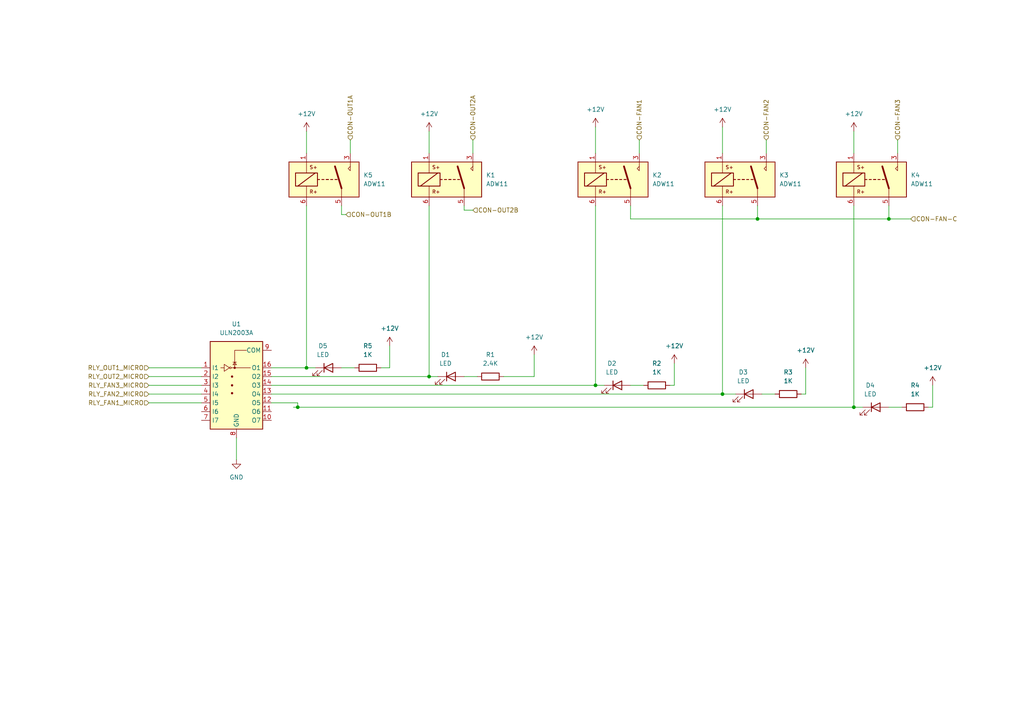
<source format=kicad_sch>
(kicad_sch (version 20230121) (generator eeschema)
  (paper "A4")
  (lib_symbols
    (symbol "Device:LED" (pin_numbers hide) (pin_names (offset 1.016) hide)
      (property "Reference" "D" (at 0 2.54 0))
      (property "Value" "LED" (at 0 -2.54 0))
      (symbol "LED_0_1"
        (polyline (pts (xy -1.27 -1.27) (xy -1.27 1.27)) (stroke (width 0.254)))
        (polyline (pts (xy -1.27 0) (xy 1.27 0)))
        (polyline (pts (xy 1.27 -1.27) (xy 1.27 1.27) (xy -1.27 0) (xy 1.27 -1.27)) (stroke (width 0.254)))
        (polyline (pts (xy -3.048 -0.762) (xy -4.572 -2.286) (xy -3.81 -2.286) (xy -4.572 -2.286) (xy -4.572 -1.524)))
        (polyline (pts (xy -1.778 -0.762) (xy -3.302 -2.286) (xy -2.54 -2.286) (xy -3.302 -2.286) (xy -3.302 -1.524)))
      )
      (symbol "LED_1_1"
        (pin passive line (at -3.81 0 0) (length 2.54) (name "K") (number "1"))
        (pin passive line (at 3.81 0 180) (length 2.54) (name "A") (number "2"))
      )
    )
    (symbol "Device:R" (pin_numbers hide) (pin_names (offset 0))
      (property "Reference" "R" (at 2.032 0 90))
      (property "Value" "R" (at 0 0 90))
      (symbol "R_0_1"
        (rectangle (start -1.016 -2.54) (end 1.016 2.54) (stroke (width 0.254)))
      )
      (symbol "R_1_1"
        (pin passive line (at 0 3.81 270) (length 1.27) (name "~") (number "1"))
        (pin passive line (at 0 -3.81 90) (length 1.27) (name "~") (number "2"))
      )
    )
    (symbol "Relay:ADW11"
      (property "Reference" "K" (at 11.43 3.81 0))
      (property "Value" "ADW11" (at 13.97 1.27 0))
      (symbol "ADW11_1_1"
        (rectangle (start -10.16 5.08) (end 10.16 -5.08) (stroke (width 0.254)) (fill (type background)))
        (rectangle (start -8.255 1.905) (end -1.905 -1.905) (stroke (width 0.254)))
        (polyline (pts (xy -7.62 -1.905) (xy -2.54 1.905)) (stroke (width 0.254)))
        (polyline (pts (xy -5.08 -5.08) (xy -5.08 -1.905)))
        (polyline (pts (xy -5.08 5.08) (xy -5.08 1.905)))
        (polyline (pts (xy -1.905 0) (xy -1.27 0)) (stroke (width 0.254)))
        (polyline (pts (xy -0.635 0) (xy 0 0)) (stroke (width 0.254)))
        (polyline (pts (xy 0.635 0) (xy 1.27 0)) (stroke (width 0.254)))
        (polyline (pts (xy 0.635 0) (xy 1.27 0)) (stroke (width 0.254)))
        (polyline (pts (xy 1.905 0) (xy 2.54 0)) (stroke (width 0.254)))
        (polyline (pts (xy 3.175 0) (xy 3.81 0)) (stroke (width 0.254)))
        (polyline (pts (xy 5.08 -2.54) (xy 3.175 3.81)) (stroke (width 0.508)))
        (polyline (pts (xy 5.08 -2.54) (xy 5.08 -5.08)))
        (polyline (pts (xy 7.62 3.81) (xy 7.62 5.08)))
        (polyline (pts (xy 7.62 3.81) (xy 7.62 2.54) (xy 6.985 3.175) (xy 7.62 3.81)))
        (text "R+" (at -3.048 -3.556 0) (effects (font (size 1.016 1.016))))
        (text "S+" (at -3.048 3.556 0) (effects (font (size 1.016 1.016))))
        (pin passive line (at -5.08 7.62 270) (length 2.54) (name "~") (number "1"))
        (pin passive line (at 7.62 7.62 270) (length 2.54) (name "~") (number "3"))
        (pin passive line (at 5.08 -7.62 90) (length 2.54) (name "~") (number "5"))
        (pin passive line (at -5.08 -7.62 90) (length 2.54) (name "~") (number "6"))
      )
    )
    (symbol "Transistor_Array:ULN2003A"
      (property "Reference" "U" (at 0 15.875 0))
      (property "Value" "ULN2003A" (at 0 13.97 0))
      (symbol "ULN2003A_0_1"
        (rectangle (start -7.62 -12.7) (end 7.62 12.7) (stroke (width 0.254)) (fill (type background)))
        (circle (center -1.778 5.08) (radius 0.254))
        (circle (center -1.27 -2.286) (radius 0.254) (fill (type outline)))
        (circle (center -1.27 0) (radius 0.254) (fill (type outline)))
        (circle (center -1.27 2.54) (radius 0.254) (fill (type outline)))
        (circle (center -0.508 5.08) (radius 0.254) (fill (type outline)))
        (polyline (pts (xy -4.572 5.08) (xy -3.556 5.08)))
        (polyline (pts (xy -1.524 5.08) (xy 4.064 5.08)))
        (polyline (pts (xy 0 6.731) (xy -1.016 6.731)))
        (polyline (pts (xy -0.508 5.08) (xy -0.508 10.16) (xy 2.921 10.16)))
        (polyline (pts (xy -3.556 6.096) (xy -3.556 4.064) (xy -2.032 5.08) (xy -3.556 6.096)))
        (polyline (pts (xy 0 5.969) (xy -1.016 5.969) (xy -0.508 6.731) (xy 0 5.969)))
      )
      (symbol "ULN2003A_1_1"
        (pin input line (at -10.16 5.08 0) (length 2.54) (name "I1") (number "1"))
        (pin open_collector line (at 10.16 -10.16 180) (length 2.54) (name "O7") (number "10"))
        (pin open_collector line (at 10.16 -7.62 180) (length 2.54) (name "O6") (number "11"))
        (pin open_collector line (at 10.16 -5.08 180) (length 2.54) (name "O5") (number "12"))
        (pin open_collector line (at 10.16 -2.54 180) (length 2.54) (name "O4") (number "13"))
        (pin open_collector line (at 10.16 0 180) (length 2.54) (name "O3") (number "14"))
        (pin open_collector line (at 10.16 2.54 180) (length 2.54) (name "O2") (number "15"))
        (pin open_collector line (at 10.16 5.08 180) (length 2.54) (name "O1") (number "16"))
        (pin input line (at -10.16 2.54 0) (length 2.54) (name "I2") (number "2"))
        (pin input line (at -10.16 0 0) (length 2.54) (name "I3") (number "3"))
        (pin input line (at -10.16 -2.54 0) (length 2.54) (name "I4") (number "4"))
        (pin input line (at -10.16 -5.08 0) (length 2.54) (name "I5") (number "5"))
        (pin input line (at -10.16 -7.62 0) (length 2.54) (name "I6") (number "6"))
        (pin input line (at -10.16 -10.16 0) (length 2.54) (name "I7") (number "7"))
        (pin power_in line (at 0 -15.24 90) (length 2.54) (name "GND") (number "8"))
        (pin passive line (at 10.16 10.16 180) (length 2.54) (name "COM") (number "9"))
      )
    )
    (symbol "power:+12V" (power) (pin_names (offset 0))
      (property "Value" "+12V" (at 0 3.556 0))
      (symbol "+12V_0_1"
        (polyline (pts (xy -0.762 1.27) (xy 0 2.54)))
        (polyline (pts (xy 0 0) (xy 0 2.54)))
        (polyline (pts (xy 0 2.54) (xy 0.762 1.27)))
      )
      (symbol "+12V_1_1"
        (pin power_in line (at 0 0 90) (length 0) hide (name "+12V") (number "1"))
      )
    )
    (symbol "power:GND" (power) (pin_names (offset 0))
      (property "Value" "GND" (at 0 -3.81 0))
      (symbol "GND_0_1"
        (polyline (pts (xy 0 0) (xy 0 -1.27) (xy 1.27 -1.27) (xy 0 -2.54) (xy -1.27 -1.27) (xy 0 -1.27)))
      )
      (symbol "GND_1_1"
        (pin power_in line (at 0 0 270) (length 0) hide (name "GND") (number "1"))
      )
    )
  )
  (junction (at 88.9 106.68))
  (junction (at 124.46 109.22))
  (junction (at 247.65 118.11))
  (junction (at 209.55 114.3))
  (junction (at 257.81 63.5))
  (junction (at 172.72 111.76))
  (junction (at 86.36 118.11))
  (junction (at 219.71 63.5))
  (wire (pts (xy 219.71 63.5) (xy 257.81 63.5)))
  (wire (pts (xy 99.06 106.68) (xy 102.87 106.68)))
  (wire (pts (xy 43.18 116.84) (xy 58.42 116.84)))
  (wire (pts (xy 257.81 118.11) (xy 261.62 118.11)))
  (wire (pts (xy 124.46 59.69) (xy 124.46 109.22)))
  (wire (pts (xy 86.36 118.11) (xy 86.36 116.84)))
  (wire (pts (xy 134.62 59.69) (xy 134.62 60.96)))
  (wire (pts (xy 233.68 114.3) (xy 233.68 106.68)))
  (wire (pts (xy 78.74 111.76) (xy 172.72 111.76)))
  (wire (pts (xy 85.09 118.11) (xy 86.36 118.11)))
  (wire (pts (xy 124.46 109.22) (xy 127 109.22)))
  (wire (pts (xy 134.62 60.96) (xy 137.16 60.96)))
  (wire (pts (xy 257.81 63.5) (xy 264.16 63.5)))
  (wire (pts (xy 247.65 38.1) (xy 247.65 44.45)))
  (wire (pts (xy 172.72 59.69) (xy 172.72 111.76)))
  (wire (pts (xy 43.18 106.68) (xy 58.42 106.68)))
  (wire (pts (xy 124.46 38.1) (xy 124.46 44.45)))
  (wire (pts (xy 43.18 109.22) (xy 58.42 109.22)))
  (wire (pts (xy 194.31 111.76) (xy 195.58 111.76)))
  (wire (pts (xy 101.6 40.64) (xy 101.6 44.45)))
  (wire (pts (xy 257.81 59.69) (xy 257.81 63.5)))
  (wire (pts (xy 154.94 109.22) (xy 154.94 102.87)))
  (wire (pts (xy 78.74 114.3) (xy 209.55 114.3)))
  (wire (pts (xy 88.9 38.1) (xy 88.9 44.45)))
  (wire (pts (xy 146.05 109.22) (xy 154.94 109.22)))
  (wire (pts (xy 247.65 59.69) (xy 247.65 118.11)))
  (wire (pts (xy 110.49 106.68) (xy 113.03 106.68)))
  (wire (pts (xy 99.06 62.23) (xy 100.33 62.23)))
  (wire (pts (xy 182.88 59.69) (xy 182.88 63.5)))
  (wire (pts (xy 269.24 118.11) (xy 270.51 118.11)))
  (wire (pts (xy 260.35 40.64) (xy 260.35 44.45)))
  (wire (pts (xy 195.58 111.76) (xy 195.58 105.41)))
  (wire (pts (xy 113.03 106.68) (xy 113.03 100.33)))
  (wire (pts (xy 209.55 114.3) (xy 213.36 114.3)))
  (wire (pts (xy 209.55 59.69) (xy 209.55 114.3)))
  (wire (pts (xy 78.74 106.68) (xy 88.9 106.68)))
  (wire (pts (xy 233.68 114.3) (xy 232.41 114.3)))
  (wire (pts (xy 185.42 40.64) (xy 185.42 44.45)))
  (wire (pts (xy 222.25 40.64) (xy 222.25 44.45)))
  (wire (pts (xy 88.9 106.68) (xy 91.44 106.68)))
  (wire (pts (xy 247.65 118.11) (xy 250.19 118.11)))
  (wire (pts (xy 182.88 111.76) (xy 186.69 111.76)))
  (wire (pts (xy 88.9 59.69) (xy 88.9 106.68)))
  (wire (pts (xy 78.74 109.22) (xy 124.46 109.22)))
  (wire (pts (xy 86.36 118.11) (xy 247.65 118.11)))
  (wire (pts (xy 68.58 127) (xy 68.58 133.35)))
  (wire (pts (xy 134.62 109.22) (xy 138.43 109.22)))
  (wire (pts (xy 43.18 114.3) (xy 58.42 114.3)))
  (wire (pts (xy 220.98 114.3) (xy 224.79 114.3)))
  (wire (pts (xy 219.71 59.69) (xy 219.71 63.5)))
  (wire (pts (xy 172.72 36.83) (xy 172.72 44.45)))
  (wire (pts (xy 270.51 118.11) (xy 270.51 111.76)))
  (wire (pts (xy 209.55 36.83) (xy 209.55 44.45)))
  (wire (pts (xy 182.88 63.5) (xy 219.71 63.5)))
  (wire (pts (xy 172.72 111.76) (xy 175.26 111.76)))
  (wire (pts (xy 99.06 59.69) (xy 99.06 62.23)))
  (wire (pts (xy 86.36 116.84) (xy 78.74 116.84)))
  (wire (pts (xy 43.18 111.76) (xy 58.42 111.76)))
  (wire (pts (xy 137.16 40.64) (xy 137.16 44.45)))
  (hierarchical_label "RLY_OUT1_MICRO" (shape input) (at 43.18 106.68 180))
  (hierarchical_label "CON-OUT2B" (shape input) (at 137.16 60.96 0))
  (hierarchical_label "CON-FAN1" (shape input) (at 185.42 40.64 90))
  (hierarchical_label "CON-FAN3" (shape input) (at 260.35 40.64 90))
  (hierarchical_label "RLY_FAN1_MICRO" (shape input) (at 43.18 116.84 180))
  (hierarchical_label "RLY_FAN2_MICRO" (shape input) (at 43.18 114.3 180))
  (hierarchical_label "RLY_FAN3_MICRO" (shape input) (at 43.18 111.76 180))
  (hierarchical_label "CON-FAN-C" (shape input) (at 264.16 63.5 0))
  (hierarchical_label "CON-FAN2" (shape input) (at 222.25 40.64 90))
  (hierarchical_label "CON-OUT1B" (shape input) (at 100.33 62.23 0))
  (hierarchical_label "CON-OUT2A" (shape input) (at 137.16 40.64 90))
  (hierarchical_label "CON-OUT1A" (shape input) (at 101.6 40.64 90))
  (hierarchical_label "RLY_OUT2_MICRO" (shape input) (at 43.18 109.22 180))
  (symbol (lib_id "Relay:ADW11") (at 177.8 52.07 0) (unit 1)
    (property "Reference" "K2" (at 189.23 50.8 0) (effects (justify left)))
    (property "Value" "ADW11" (at 189.23 53.34 0) (effects (justify left)))
    (property "Footprint" "nuevo simbolo:AZ921" (effects hide))
    (property "Datasheet" "https://www.panasonic-electric-works.com/pew/es/downloads/ds_dw_hl_en.pdf" (effects hide))
  )
  (symbol (lib_id "Device:LED") (at 95.25 106.68 0) (unit 1)
    (property "Reference" "D5" (at 93.6625 100.33 0))
    (property "Value" "LED" (at 93.6625 102.87 0))
    (property "Footprint" "LED_SMD:LED_0805_2012Metric_Pad1.15x1.40mm_HandSolder" (effects hide))
  )
  (symbol (lib_id "power:GND") (at 68.58 133.35 0) (unit 1)
    (property "Reference" "#PWR06" (effects hide))
    (property "Value" "GND" (at 68.58 138.43 0))
  )
  (symbol (lib_id "Device:R") (at 142.24 109.22 90) (unit 1)
    (property "Reference" "R1" (at 142.24 102.87 90))
    (property "Value" "2.4K" (at 142.24 105.41 90))
    (property "Footprint" "Resistor_SMD:R_0805_2012Metric_Pad1.20x1.40mm_HandSolder" (effects hide))
  )
  (symbol (lib_id "power:+12V") (at 113.03 100.33 0) (unit 1)
    (property "Reference" "#PWR05" (effects hide))
    (property "Value" "+12V" (at 113.03 95.25 0))
  )
  (symbol (lib_id "Device:R") (at 106.68 106.68 90) (unit 1)
    (property "Reference" "R5" (at 106.68 100.33 90))
    (property "Value" "1K" (at 106.68 102.87 90))
    (property "Footprint" "Resistor_SMD:R_0805_2012Metric_Pad1.20x1.40mm_HandSolder" (effects hide))
  )
  (symbol (lib_id "power:+12V") (at 124.46 38.1 0) (unit 1)
    (property "Reference" "#PWR08" (effects hide))
    (property "Value" "+12V" (at 124.46 33.02 0))
  )
  (symbol (lib_id "Device:R") (at 190.5 111.76 90) (unit 1)
    (property "Reference" "R2" (at 190.5 105.41 90))
    (property "Value" "1K" (at 190.5 107.95 90))
    (property "Footprint" "Resistor_SMD:R_0805_2012Metric_Pad1.20x1.40mm_HandSolder" (effects hide))
  )
  (symbol (lib_id "Relay:ADW11") (at 93.98 52.07 0) (unit 1)
    (property "Reference" "K5" (at 105.41 50.8 0) (effects (justify left)))
    (property "Value" "ADW11" (at 105.41 53.34 0) (effects (justify left)))
    (property "Footprint" "nuevo simbolo:AZ921" (effects hide))
    (property "Datasheet" "https://www.panasonic-electric-works.com/pew/es/downloads/ds_dw_hl_en.pdf" (effects hide))
  )
  (symbol (lib_id "power:+12V") (at 195.58 105.41 0) (unit 1)
    (property "Reference" "#PWR02" (effects hide))
    (property "Value" "+12V" (at 195.58 100.33 0))
  )
  (symbol (lib_id "power:+12V") (at 88.9 38.1 0) (unit 1)
    (property "Reference" "#PWR07" (effects hide))
    (property "Value" "+12V" (at 88.9 33.02 0))
  )
  (symbol (lib_id "power:+12V") (at 172.72 36.83 0) (unit 1)
    (property "Reference" "#PWR09" (effects hide))
    (property "Value" "+12V" (at 172.72 31.75 0))
  )
  (symbol (lib_id "Device:LED") (at 254 118.11 0) (unit 1)
    (property "Reference" "D4" (at 252.4125 111.76 0))
    (property "Value" "LED" (at 252.4125 114.3 0))
    (property "Footprint" "LED_SMD:LED_0805_2012Metric_Pad1.15x1.40mm_HandSolder" (effects hide))
  )
  (symbol (lib_id "Device:LED") (at 217.17 114.3 0) (unit 1)
    (property "Reference" "D3" (at 215.5825 107.95 0))
    (property "Value" "LED" (at 215.5825 110.49 0))
    (property "Footprint" "LED_SMD:LED_0805_2012Metric_Pad1.15x1.40mm_HandSolder" (effects hide))
  )
  (symbol (lib_id "Relay:ADW11") (at 129.54 52.07 0) (unit 1)
    (property "Reference" "K1" (at 140.97 50.8 0) (effects (justify left)))
    (property "Value" "ADW11" (at 140.97 53.34 0) (effects (justify left)))
    (property "Footprint" "nuevo simbolo:AZ921" (effects hide))
    (property "Datasheet" "https://www.panasonic-electric-works.com/pew/es/downloads/ds_dw_hl_en.pdf" (effects hide))
  )
  (symbol (lib_id "power:+12V") (at 247.65 38.1 0) (unit 1)
    (property "Reference" "#PWR011" (effects hide))
    (property "Value" "+12V" (at 247.65 33.02 0))
  )
  (symbol (lib_id "Relay:ADW11") (at 252.73 52.07 0) (unit 1)
    (property "Reference" "K4" (at 264.16 50.8 0) (effects (justify left)))
    (property "Value" "ADW11" (at 264.16 53.34 0) (effects (justify left)))
    (property "Footprint" "nuevo simbolo:AZ921" (effects hide))
    (property "Datasheet" "https://www.panasonic-electric-works.com/pew/es/downloads/ds_dw_hl_en.pdf" (effects hide))
  )
  (symbol (lib_id "power:+12V") (at 209.55 36.83 0) (unit 1)
    (property "Reference" "#PWR010" (effects hide))
    (property "Value" "+12V" (at 209.55 31.75 0))
  )
  (symbol (lib_id "Device:R") (at 228.6 114.3 90) (unit 1)
    (property "Reference" "R3" (at 228.6 107.95 90))
    (property "Value" "1K" (at 228.6 110.49 90))
    (property "Footprint" "Resistor_SMD:R_0805_2012Metric_Pad1.20x1.40mm_HandSolder" (effects hide))
  )
  (symbol (lib_id "Transistor_Array:ULN2003A") (at 68.58 111.76 0) (unit 1)
    (property "Reference" "U1" (at 68.58 93.98 0))
    (property "Value" "ULN2003A" (at 68.58 96.52 0))
    (property "Footprint" "Package_DIP:DIP-16_W7.62mm_LongPads" (effects hide))
    (property "Datasheet" "http://www.ti.com/lit/ds/symlink/uln2003a.pdf" (effects hide))
  )
  (symbol (lib_id "Relay:ADW11") (at 214.63 52.07 0) (unit 1)
    (property "Reference" "K3" (at 226.06 50.8 0) (effects (justify left)))
    (property "Value" "ADW11" (at 226.06 53.34 0) (effects (justify left)))
    (property "Footprint" "nuevo simbolo:AZ921" (effects hide))
    (property "Datasheet" "https://www.panasonic-electric-works.com/pew/es/downloads/ds_dw_hl_en.pdf" (effects hide))
  )
  (symbol (lib_id "Device:LED") (at 130.81 109.22 0) (unit 1)
    (property "Reference" "D1" (at 129.2225 102.87 0))
    (property "Value" "LED" (at 129.2225 105.41 0))
    (property "Footprint" "LED_SMD:LED_0805_2012Metric_Pad1.15x1.40mm_HandSolder" (effects hide))
  )
  (symbol (lib_id "Device:R") (at 265.43 118.11 90) (unit 1)
    (property "Reference" "R4" (at 265.43 111.76 90))
    (property "Value" "1K" (at 265.43 114.3 90))
    (property "Footprint" "Resistor_SMD:R_0805_2012Metric_Pad1.20x1.40mm_HandSolder" (effects hide))
  )
  (symbol (lib_id "power:+12V") (at 154.94 102.87 0) (unit 1)
    (property "Reference" "#PWR01" (effects hide))
    (property "Value" "+12V" (at 154.94 97.79 0))
  )
  (symbol (lib_id "power:+12V") (at 233.68 106.68 0) (unit 1)
    (property "Reference" "#PWR03" (effects hide))
    (property "Value" "+12V" (at 233.68 101.6 0))
  )
  (symbol (lib_id "power:+12V") (at 270.51 111.76 0) (unit 1)
    (property "Reference" "#PWR04" (effects hide))
    (property "Value" "+12V" (at 270.51 106.68 0))
  )
  (symbol (lib_id "Device:LED") (at 179.07 111.76 0) (unit 1)
    (property "Reference" "D2" (at 177.4825 105.41 0))
    (property "Value" "LED" (at 177.4825 107.95 0))
    (property "Footprint" "LED_SMD:LED_0805_2012Metric_Pad1.15x1.40mm_HandSolder" (effects hide))
  )
)
</source>
